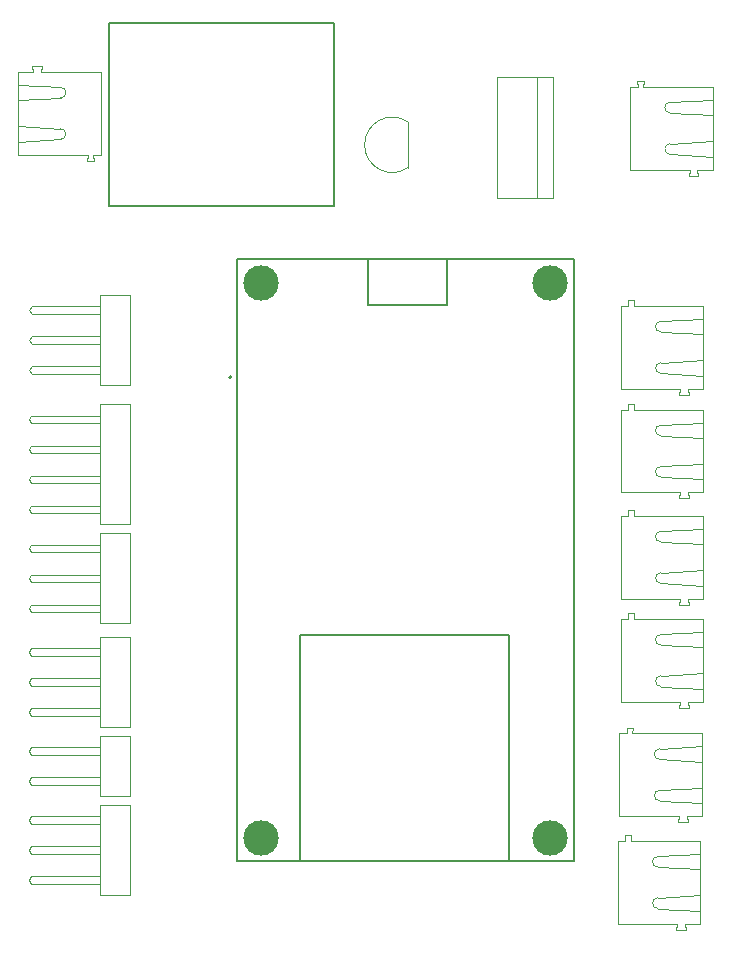
<source format=gbr>
%TF.GenerationSoftware,Altium Limited,Altium Designer,22.5.1 (42)*%
G04 Layer_Color=16711935*
%FSLAX45Y45*%
%MOMM*%
%TF.SameCoordinates,0F5D3445-5268-4BF5-932C-448DE224A770*%
%TF.FilePolarity,Positive*%
%TF.FileFunction,Other,Mechanical_13*%
%TF.Part,Single*%
G01*
G75*
%TA.AperFunction,NonConductor*%
%ADD47C,0.20000*%
%ADD48C,0.12700*%
%ADD50C,0.10000*%
%TA.AperFunction,OtherPad,Free Pad (103.392mm,90.785mm)*%
%ADD51C,3.00000*%
%TA.AperFunction,OtherPad,Free Pad (78.882mm,43.835mm)*%
%ADD52C,3.00000*%
%TA.AperFunction,OtherPad,Free Pad (103.392mm,43.835mm)*%
%ADD53C,3.00000*%
%TA.AperFunction,OtherPad,Free Pad (78.882mm,90.785mm)*%
%ADD54C,3.00000*%
D47*
X7641200Y8282500D02*
G03*
X7641200Y8282500I-10000J0D01*
G01*
D48*
X8511499Y9727900D02*
Y11277900D01*
X6601501Y9727900D02*
X8511499D01*
X6601501D02*
Y11277900D01*
X8511499D01*
X7688199Y9278498D02*
X8795101D01*
X9466199D01*
X10539202D01*
X7688199Y4183502D02*
Y9278498D01*
X10539202Y4183502D02*
Y9278498D01*
X7688199Y4183502D02*
X8225201D01*
X9994199D01*
X10539202D01*
X8225201D02*
Y4832502D01*
Y6095502D01*
X9994199D01*
Y4832502D02*
Y6095502D01*
Y4183502D02*
Y4832502D01*
X9466199Y8889502D02*
Y9278498D01*
X8795101Y8889502D02*
X9466199D01*
X8795101D02*
Y9278498D01*
D50*
X6194899Y10645600D02*
G03*
X6194899Y10735600I0J45000D01*
G01*
Y10295600D02*
G03*
X6194899Y10385600I0J45000D01*
G01*
X11356501Y10608600D02*
G03*
X11356501Y10518600I0J-45000D01*
G01*
Y10258600D02*
G03*
X11356501Y10168600I0J-45000D01*
G01*
X9137760Y10442325D02*
G03*
X9137760Y10055475I-133460J-193425D01*
G01*
X11252200Y4223298D02*
G03*
X11252200Y4133298I0J-45000D01*
G01*
Y3873298D02*
G03*
X11252200Y3783298I0J-45000D01*
G01*
X11267601Y5134900D02*
G03*
X11267601Y5044900I0J-45000D01*
G01*
Y4784900D02*
G03*
X11267601Y4694900I0J-45000D01*
G01*
X11277600Y7875300D02*
G03*
X11277600Y7785300I0J-45000D01*
G01*
Y7525300D02*
G03*
X11277600Y7435300I0J-45000D01*
G01*
Y8754400D02*
G03*
X11277600Y8664400I0J-45000D01*
G01*
Y8404400D02*
G03*
X11277600Y8314400I0J-45000D01*
G01*
Y6976400D02*
G03*
X11277600Y6886400I0J-45000D01*
G01*
Y6626400D02*
G03*
X11277600Y6536400I0J-45000D01*
G01*
Y6102899D02*
G03*
X11277600Y6012899I0J-45000D01*
G01*
Y5752899D02*
G03*
X11277600Y5662899I0J-45000D01*
G01*
X5834898Y10755600D02*
X6194928Y10736102D01*
X5834898Y10625602D02*
X6194928Y10645099D01*
X5834898Y10275600D02*
X6194928Y10295098D01*
X5834898Y10405598D02*
X6194928Y10386101D01*
X6029945Y10865470D02*
X6036899Y10915599D01*
X6029904Y10865602D02*
X6534902D01*
X5957072Y10915599D02*
X5964900Y10865602D01*
X5957072Y10915599D02*
X6036899D01*
X5834898Y10165598D02*
X6424900D01*
X6469903D02*
X6534902D01*
X5834898D02*
Y10865602D01*
X5964900D01*
X6534902Y10165598D02*
Y10865602D01*
X6419901Y10115601D02*
X6474902D01*
X6469903Y10165598D02*
X6474805Y10115591D01*
X6419997D02*
X6424900Y10165598D01*
X11126499Y10738601D02*
X11131401Y10788608D01*
X11076593D02*
X11081500Y10738601D01*
X11076501Y10788598D02*
X11131497D01*
X11016501Y10038597D02*
Y10738601D01*
X11586498Y10038597D02*
X11716500D01*
Y10738601D01*
X11016501D02*
X11081500D01*
X11126499D02*
X11716500D01*
X11514499Y9988600D02*
X11594326D01*
X11586498Y10038597D02*
X11594326Y9988600D01*
X11016501Y10038597D02*
X11521499D01*
X11514499Y9988600D02*
X11521459Y10038729D01*
X11356475Y10518098D02*
X11716500Y10498601D01*
X11356475Y10609101D02*
X11716500Y10628599D01*
X11356475Y10259100D02*
X11716500Y10278602D01*
X11356475Y10168097D02*
X11716500Y10148599D01*
X9892502Y9802398D02*
Y10822402D01*
X10362499Y9802398D02*
Y10822402D01*
X9892502D02*
X10362499D01*
X9892502Y9802398D02*
X10362499D01*
X10227498D02*
Y10822402D01*
X6781800Y4737100D02*
Y5245100D01*
X6527800Y4737100D02*
X6781800D01*
X6527800D02*
Y5245100D01*
X6781800D01*
X5927800Y5118100D02*
X5947800Y5086100D01*
X5927800Y5118100D02*
X5947800Y5150100D01*
Y5086100D02*
X6527800D01*
X5947800Y5150100D02*
X6527800D01*
X5947800Y4896100D02*
X6527800D01*
X5947800Y4832100D02*
X6527800D01*
X5927800Y4864100D02*
X5947800Y4896100D01*
X5927800Y4864100D02*
X5947800Y4832100D01*
X5950200Y8883900D02*
X6530200D01*
X5950200Y8819900D02*
X6530200D01*
X5930200Y8851900D02*
X5950200Y8883900D01*
X5930200Y8851900D02*
X5950200Y8819900D01*
X6784200Y8216900D02*
Y8978900D01*
X6530200Y8216900D02*
X6784200D01*
X6530200D02*
Y8978900D01*
X6784200D01*
X5930200Y8597900D02*
X5950200Y8565900D01*
X5930200Y8597900D02*
X5950200Y8629900D01*
Y8565900D02*
X6530200D01*
X5950200Y8629900D02*
X6530200D01*
X5950200Y8375900D02*
X6530200D01*
X5950200Y8311900D02*
X6530200D01*
X5930200Y8343900D02*
X5950200Y8375900D01*
X5930200Y8343900D02*
X5950200Y8311900D01*
X5947800Y4565900D02*
X6527800D01*
X5947800Y4501900D02*
X6527800D01*
X5927800Y4533900D02*
X5947800Y4565900D01*
X5927800Y4533900D02*
X5947800Y4501900D01*
X6781800Y3898900D02*
Y4660900D01*
X6527800Y3898900D02*
X6781800D01*
X6527800D02*
Y4660900D01*
X6781800D01*
X5927800Y4279900D02*
X5947800Y4247900D01*
X5927800Y4279900D02*
X5947800Y4311900D01*
Y4247900D02*
X6527800D01*
X5947800Y4311900D02*
X6527800D01*
X5947800Y4057900D02*
X6527800D01*
X5947800Y3993900D02*
X6527800D01*
X5927800Y4025900D02*
X5947800Y4057900D01*
X5927800Y4025900D02*
X5947800Y3993900D01*
Y6864600D02*
X6527800D01*
X5947800Y6800600D02*
X6527800D01*
X5927800Y6832600D02*
X5947800Y6864600D01*
X5927800Y6832600D02*
X5947800Y6800600D01*
X6781800Y6197600D02*
Y6959600D01*
X6527800Y6197600D02*
X6781800D01*
X6527800D02*
Y6959600D01*
X6781800D01*
X5927800Y6578600D02*
X5947800Y6546600D01*
X5927800Y6578600D02*
X5947800Y6610600D01*
Y6546600D02*
X6527800D01*
X5947800Y6610600D02*
X6527800D01*
X5947800Y6356600D02*
X6527800D01*
X5947800Y6292600D02*
X6527800D01*
X5927800Y6324600D02*
X5947800Y6356600D01*
X5927800Y6324600D02*
X5947800Y6292600D01*
Y5988300D02*
X6527800D01*
X5947800Y5924300D02*
X6527800D01*
X5927800Y5956300D02*
X5947800Y5988300D01*
X5927800Y5956300D02*
X5947800Y5924300D01*
X6781800Y5321300D02*
Y6083300D01*
X6527800Y5321300D02*
X6781800D01*
X6527800D02*
Y6083300D01*
X6781800D01*
X5927800Y5702300D02*
X5947800Y5670300D01*
X5927800Y5702300D02*
X5947800Y5734300D01*
Y5670300D02*
X6527800D01*
X5947800Y5734300D02*
X6527800D01*
X5947800Y5480300D02*
X6527800D01*
X5947800Y5416300D02*
X6527800D01*
X5927800Y5448300D02*
X5947800Y5480300D01*
X5927800Y5448300D02*
X5947800Y5416300D01*
Y7956800D02*
X6527800D01*
X5947800Y7892800D02*
X6527800D01*
X5927800Y7924800D02*
X5947800Y7956800D01*
X5927800Y7924800D02*
X5947800Y7892800D01*
X5927800Y7162800D02*
X5947800Y7130800D01*
X5927800Y7162800D02*
X5947800Y7194800D01*
Y7130800D02*
X6527800D01*
X5947800Y7194800D02*
X6527800D01*
X5947800Y7448800D02*
X6527800D01*
X5947800Y7384800D02*
X6527800D01*
X5927800Y7416800D02*
X5947800Y7448800D01*
X5927800Y7416800D02*
X5947800Y7384800D01*
X6527800Y8051800D02*
X6781800D01*
X6527800Y7035800D02*
Y8051800D01*
Y7035800D02*
X6781800D01*
Y8051800D01*
X5927800Y7670800D02*
X5947800Y7638800D01*
X5927800Y7670800D02*
X5947800Y7702800D01*
Y7638800D02*
X6527800D01*
X5947800Y7702800D02*
X6527800D01*
X9137762Y10055474D02*
Y10442326D01*
X11022198Y4353296D02*
X11027100Y4403308D01*
X10972292D02*
X10977199Y4353296D01*
X10972201Y4403298D02*
X11027197D01*
X10912201Y3653297D02*
Y4353296D01*
X11482197Y3653297D02*
X11612199D01*
Y4353296D01*
X10912201D02*
X10977199D01*
X11022198D02*
X11612199D01*
X11410198Y3603300D02*
X11490025D01*
X11482197Y3653297D02*
X11490025Y3603300D01*
X10912201Y3653297D02*
X11417198D01*
X11410198Y3603300D02*
X11417158Y3653429D01*
X11252175Y4132798D02*
X11612199Y4113296D01*
X11252175Y4223802D02*
X11612199Y4243299D01*
X11252175Y3873800D02*
X11612199Y3893297D01*
X11252175Y3782797D02*
X11612199Y3763300D01*
X11037600Y5264902D02*
X11042503Y5314909D01*
X10987695D02*
X10992597Y5264902D01*
X10987598Y5314899D02*
X11042599D01*
X10927598Y4564898D02*
Y5264902D01*
X11497600Y4564898D02*
X11627602D01*
Y5264902D01*
X10927598D02*
X10992597D01*
X11037600D02*
X11627602D01*
X11425601Y4514901D02*
X11505428D01*
X11497600Y4564898D02*
X11505428Y4514901D01*
X10927598Y4564898D02*
X11432596D01*
X11425601Y4514901D02*
X11432555Y4565030D01*
X11267572Y5044399D02*
X11627602Y5024902D01*
X11267572Y5135402D02*
X11627602Y5154900D01*
X11267572Y4785401D02*
X11627602Y4804903D01*
X11267572Y4694398D02*
X11627602Y4674900D01*
X11047598Y8005298D02*
X11052500Y8055310D01*
X10997692D02*
X11002599Y8005298D01*
X10997601Y8055300D02*
X11052597D01*
X10937601Y7305299D02*
Y8005298D01*
X11507597Y7305299D02*
X11637599D01*
Y8005298D01*
X10937601D02*
X11002599D01*
X11047598D02*
X11637599D01*
X11435598Y7255302D02*
X11515425D01*
X11507597Y7305299D02*
X11515425Y7255302D01*
X10937601Y7305299D02*
X11442598D01*
X11435598Y7255302D02*
X11442558Y7305431D01*
X11277575Y7784800D02*
X11637599Y7765298D01*
X11277575Y7875803D02*
X11637599Y7895300D01*
X11277575Y7525802D02*
X11637599Y7545299D01*
X11277575Y7434798D02*
X11637599Y7415301D01*
X11047598Y8884402D02*
X11052500Y8934409D01*
X10997692D02*
X11002599Y8884402D01*
X10997601Y8934399D02*
X11052597D01*
X10937601Y8184398D02*
Y8884402D01*
X11507597Y8184398D02*
X11637599D01*
Y8884402D01*
X10937601D02*
X11002599D01*
X11047598D02*
X11637599D01*
X11435598Y8134401D02*
X11515425D01*
X11507597Y8184398D02*
X11515425Y8134401D01*
X10937601Y8184398D02*
X11442598D01*
X11435598Y8134401D02*
X11442558Y8184530D01*
X11277575Y8663899D02*
X11637599Y8644402D01*
X11277575Y8754902D02*
X11637599Y8774400D01*
X11277575Y8404901D02*
X11637599Y8424403D01*
X11277575Y8313898D02*
X11637599Y8294400D01*
X11047598Y7106402D02*
X11052500Y7156409D01*
X10997692D02*
X11002599Y7106402D01*
X10997601Y7156399D02*
X11052597D01*
X10937601Y6406398D02*
Y7106402D01*
X11507597Y6406398D02*
X11637599D01*
Y7106402D01*
X10937601D02*
X11002599D01*
X11047598D02*
X11637599D01*
X11435598Y6356401D02*
X11515425D01*
X11507597Y6406398D02*
X11515425Y6356401D01*
X10937601Y6406398D02*
X11442598D01*
X11435598Y6356401D02*
X11442558Y6406530D01*
X11277575Y6885899D02*
X11637599Y6866402D01*
X11277575Y6976902D02*
X11637599Y6996400D01*
X11277575Y6626901D02*
X11637599Y6646403D01*
X11277575Y6535898D02*
X11637599Y6516400D01*
X11047598Y6232901D02*
X11052500Y6282908D01*
X10997692D02*
X11002599Y6232901D01*
X10997601Y6282898D02*
X11052597D01*
X10937601Y5532897D02*
Y6232901D01*
X11507597Y5532897D02*
X11637599D01*
Y6232901D01*
X10937601D02*
X11002599D01*
X11047598D02*
X11637599D01*
X11435598Y5482900D02*
X11515425D01*
X11507597Y5532897D02*
X11515425Y5482900D01*
X10937601Y5532897D02*
X11442598D01*
X11435598Y5482900D02*
X11442558Y5533029D01*
X11277575Y6012398D02*
X11637599Y5992901D01*
X11277575Y6103402D02*
X11637599Y6122899D01*
X11277575Y5753400D02*
X11637599Y5772902D01*
X11277575Y5662397D02*
X11637599Y5642900D01*
D51*
X10339202Y9078498D02*
D03*
D52*
X7888199Y4383502D02*
D03*
D53*
X10339202D02*
D03*
D54*
X7888199Y9078498D02*
D03*
%TF.MD5,8ac53a9c90a0efbc1c19a903d60a611b*%
M02*

</source>
